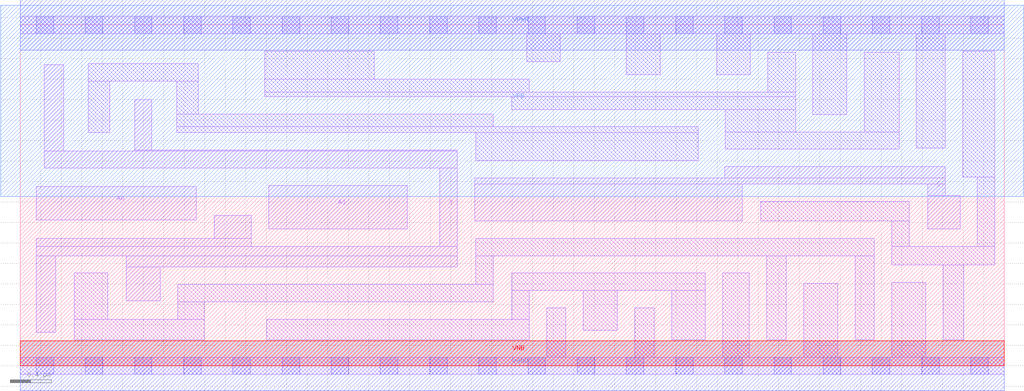
<source format=lef>
# Copyright 2020 The SkyWater PDK Authors
#
# Licensed under the Apache License, Version 2.0 (the "License");
# you may not use this file except in compliance with the License.
# You may obtain a copy of the License at
#
#     https://www.apache.org/licenses/LICENSE-2.0
#
# Unless required by applicable law or agreed to in writing, software
# distributed under the License is distributed on an "AS IS" BASIS,
# WITHOUT WARRANTIES OR CONDITIONS OF ANY KIND, either express or implied.
# See the License for the specific language governing permissions and
# limitations under the License.
#
# SPDX-License-Identifier: Apache-2.0

VERSION 5.7 ;
  NOWIREEXTENSIONATPIN ON ;
  DIVIDERCHAR "/" ;
  BUSBITCHARS "[]" ;
MACRO sky130_fd_sc_lp__mux2i_4
  CLASS CORE ;
  FOREIGN sky130_fd_sc_lp__mux2i_4 ;
  ORIGIN  0.000000  0.000000 ;
  SIZE  9.600000 BY  3.330000 ;
  SYMMETRY X Y R90 ;
  SITE unit ;
  PIN A0
    ANTENNAGATEAREA  1.260000 ;
    DIRECTION INPUT ;
    USE SIGNAL ;
    PORT
      LAYER li1 ;
        RECT 0.155000 1.425000 1.715000 1.750000 ;
    END
  END A0
  PIN A1
    ANTENNAGATEAREA  1.260000 ;
    DIRECTION INPUT ;
    USE SIGNAL ;
    PORT
      LAYER li1 ;
        RECT 2.425000 1.335000 3.775000 1.760000 ;
    END
  END A1
  PIN S
    ANTENNAGATEAREA  1.575000 ;
    DIRECTION INPUT ;
    USE SIGNAL ;
    PORT
      LAYER li1 ;
        RECT 4.435000 1.415000 7.045000 1.775000 ;
        RECT 4.435000 1.775000 9.025000 1.835000 ;
        RECT 6.875000 1.835000 9.025000 1.945000 ;
        RECT 8.855000 1.335000 9.170000 1.665000 ;
        RECT 8.855000 1.665000 9.025000 1.775000 ;
    END
  END S
  PIN Y
    ANTENNADIFFAREA  2.961000 ;
    DIRECTION OUTPUT ;
    USE SIGNAL ;
    PORT
      LAYER li1 ;
        RECT 0.155000 0.325000 0.345000 1.075000 ;
        RECT 0.155000 1.075000 4.265000 1.165000 ;
        RECT 0.155000 1.165000 2.255000 1.245000 ;
        RECT 0.235000 1.930000 4.265000 2.100000 ;
        RECT 0.235000 2.100000 0.425000 2.940000 ;
        RECT 1.035000 0.635000 1.365000 0.965000 ;
        RECT 1.035000 0.965000 4.265000 1.075000 ;
        RECT 1.115000 2.100000 4.265000 2.110000 ;
        RECT 1.115000 2.110000 1.285000 2.600000 ;
        RECT 1.895000 1.245000 2.255000 1.470000 ;
        RECT 4.095000 1.165000 4.265000 1.930000 ;
    END
  END Y
  PIN VGND
    DIRECTION INOUT ;
    USE GROUND ;
    PORT
      LAYER met1 ;
        RECT 0.000000 -0.245000 9.600000 0.245000 ;
    END
  END VGND
  PIN VNB
    DIRECTION INOUT ;
    USE GROUND ;
    PORT
      LAYER pwell ;
        RECT 0.000000 0.000000 9.600000 0.245000 ;
    END
  END VNB
  PIN VPB
    DIRECTION INOUT ;
    USE POWER ;
    PORT
      LAYER nwell ;
        RECT -0.190000 1.655000 9.790000 3.520000 ;
    END
  END VPB
  PIN VPWR
    DIRECTION INOUT ;
    USE POWER ;
    PORT
      LAYER met1 ;
        RECT 0.000000 3.085000 9.600000 3.575000 ;
    END
  END VPWR
  OBS
    LAYER li1 ;
      RECT 0.000000 -0.085000 9.600000 0.085000 ;
      RECT 0.000000  3.245000 9.600000 3.415000 ;
      RECT 0.525000  0.255000 1.795000 0.455000 ;
      RECT 0.525000  0.455000 0.855000 0.905000 ;
      RECT 0.665000  2.280000 0.875000 2.780000 ;
      RECT 0.665000  2.780000 1.735000 2.950000 ;
      RECT 1.525000  2.280000 6.615000 2.335000 ;
      RECT 1.525000  2.335000 4.615000 2.460000 ;
      RECT 1.525000  2.460000 1.735000 2.780000 ;
      RECT 1.535000  0.455000 1.795000 0.625000 ;
      RECT 1.535000  0.625000 4.615000 0.795000 ;
      RECT 2.385000  2.630000 7.565000 2.675000 ;
      RECT 2.385000  2.675000 4.965000 2.800000 ;
      RECT 2.385000  2.800000 3.455000 3.075000 ;
      RECT 2.405000  0.255000 4.965000 0.455000 ;
      RECT 4.445000  0.795000 4.615000 1.075000 ;
      RECT 4.445000  1.075000 8.335000 1.245000 ;
      RECT 4.445000  2.005000 6.615000 2.280000 ;
      RECT 4.795000  0.455000 4.965000 0.735000 ;
      RECT 4.795000  0.735000 6.685000 0.905000 ;
      RECT 4.795000  2.505000 7.565000 2.630000 ;
      RECT 4.940000  2.970000 5.270000 3.245000 ;
      RECT 5.135000  0.085000 5.325000 0.565000 ;
      RECT 5.495000  0.345000 5.825000 0.735000 ;
      RECT 5.915000  2.845000 6.245000 3.245000 ;
      RECT 5.995000  0.085000 6.185000 0.565000 ;
      RECT 6.355000  0.255000 6.685000 0.735000 ;
      RECT 6.795000  2.845000 7.125000 3.245000 ;
      RECT 6.855000  0.085000 7.115000 0.905000 ;
      RECT 6.880000  2.115000 8.575000 2.285000 ;
      RECT 6.880000  2.285000 7.565000 2.505000 ;
      RECT 7.225000  1.415000 8.675000 1.605000 ;
      RECT 7.285000  0.255000 7.475000 1.075000 ;
      RECT 7.295000  2.675000 7.565000 3.065000 ;
      RECT 7.645000  0.085000 7.975000 0.805000 ;
      RECT 7.735000  2.455000 8.065000 3.245000 ;
      RECT 8.145000  0.255000 8.335000 1.075000 ;
      RECT 8.235000  2.285000 8.575000 3.065000 ;
      RECT 8.505000  0.085000 8.835000 0.815000 ;
      RECT 8.505000  0.985000 9.510000 1.165000 ;
      RECT 8.505000  1.165000 8.675000 1.415000 ;
      RECT 8.745000  2.125000 9.025000 3.245000 ;
      RECT 9.005000  0.255000 9.205000 0.985000 ;
      RECT 9.195000  1.845000 9.510000 3.075000 ;
      RECT 9.340000  1.165000 9.510000 1.845000 ;
    LAYER mcon ;
      RECT 0.155000 -0.085000 0.325000 0.085000 ;
      RECT 0.155000  3.245000 0.325000 3.415000 ;
      RECT 0.635000 -0.085000 0.805000 0.085000 ;
      RECT 0.635000  3.245000 0.805000 3.415000 ;
      RECT 1.115000 -0.085000 1.285000 0.085000 ;
      RECT 1.115000  3.245000 1.285000 3.415000 ;
      RECT 1.595000 -0.085000 1.765000 0.085000 ;
      RECT 1.595000  3.245000 1.765000 3.415000 ;
      RECT 2.075000 -0.085000 2.245000 0.085000 ;
      RECT 2.075000  3.245000 2.245000 3.415000 ;
      RECT 2.555000 -0.085000 2.725000 0.085000 ;
      RECT 2.555000  3.245000 2.725000 3.415000 ;
      RECT 3.035000 -0.085000 3.205000 0.085000 ;
      RECT 3.035000  3.245000 3.205000 3.415000 ;
      RECT 3.515000 -0.085000 3.685000 0.085000 ;
      RECT 3.515000  3.245000 3.685000 3.415000 ;
      RECT 3.995000 -0.085000 4.165000 0.085000 ;
      RECT 3.995000  3.245000 4.165000 3.415000 ;
      RECT 4.475000 -0.085000 4.645000 0.085000 ;
      RECT 4.475000  3.245000 4.645000 3.415000 ;
      RECT 4.955000 -0.085000 5.125000 0.085000 ;
      RECT 4.955000  3.245000 5.125000 3.415000 ;
      RECT 5.435000 -0.085000 5.605000 0.085000 ;
      RECT 5.435000  3.245000 5.605000 3.415000 ;
      RECT 5.915000 -0.085000 6.085000 0.085000 ;
      RECT 5.915000  3.245000 6.085000 3.415000 ;
      RECT 6.395000 -0.085000 6.565000 0.085000 ;
      RECT 6.395000  3.245000 6.565000 3.415000 ;
      RECT 6.875000 -0.085000 7.045000 0.085000 ;
      RECT 6.875000  3.245000 7.045000 3.415000 ;
      RECT 7.355000 -0.085000 7.525000 0.085000 ;
      RECT 7.355000  3.245000 7.525000 3.415000 ;
      RECT 7.835000 -0.085000 8.005000 0.085000 ;
      RECT 7.835000  3.245000 8.005000 3.415000 ;
      RECT 8.315000 -0.085000 8.485000 0.085000 ;
      RECT 8.315000  3.245000 8.485000 3.415000 ;
      RECT 8.795000 -0.085000 8.965000 0.085000 ;
      RECT 8.795000  3.245000 8.965000 3.415000 ;
      RECT 9.275000 -0.085000 9.445000 0.085000 ;
      RECT 9.275000  3.245000 9.445000 3.415000 ;
  END
END sky130_fd_sc_lp__mux2i_4
END LIBRARY

</source>
